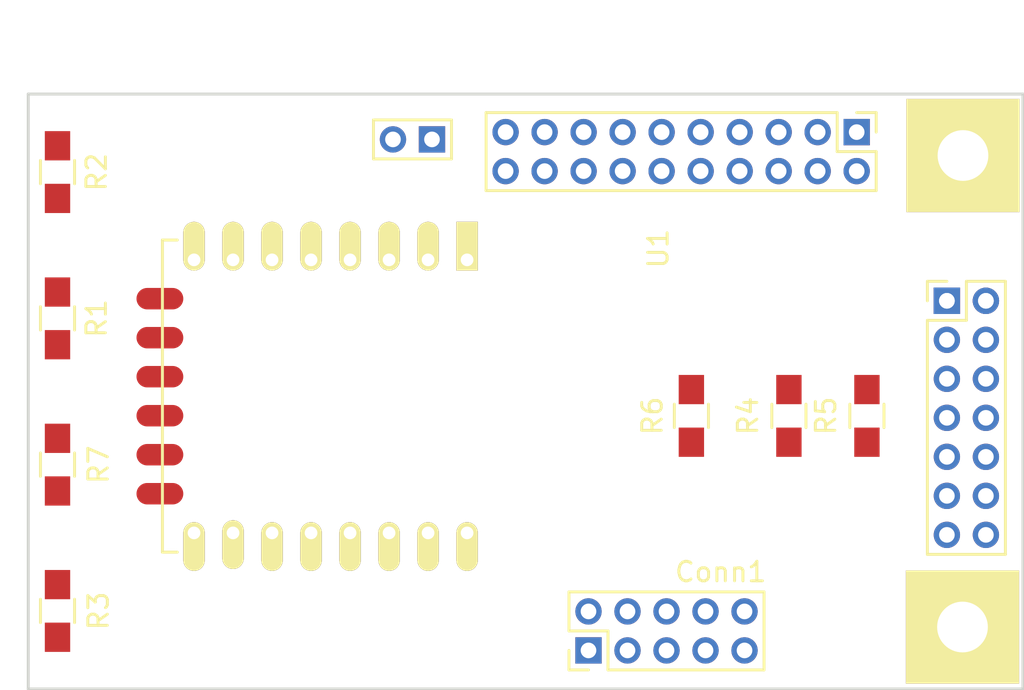
<source format=kicad_pcb>
(kicad_pcb (version 4) (host pcbnew 4.0.4+e1-6308~48~ubuntu16.04.1-stable)

  (general
    (links 27)
    (no_connects 25)
    (area 117.925 79.05 171.239858 118.3)
    (thickness 1.6)
    (drawings 4)
    (tracks 0)
    (zones 0)
    (modules 11)
    (nets 41)
  )

  (page A4)
  (title_block
    (title "Poncho Wifi PICO-CIAA")
    (date 2016-12-19)
    (rev 1.0)
    (company FIUBA)
    (comment 1 "Revisor: Sebastián López")
    (comment 2 "Diseñado por: Sergio De Jesús")
    (comment 3 "Licencias en LICENCIA_Y_COLABORADORES/LICENSE")
  )

  (layers
    (0 F.Cu signal)
    (31 B.Cu signal)
    (32 B.Adhes user)
    (33 F.Adhes user)
    (34 B.Paste user)
    (35 F.Paste user)
    (36 B.SilkS user)
    (37 F.SilkS user)
    (38 B.Mask user)
    (39 F.Mask user)
    (40 Dwgs.User user)
    (41 Cmts.User user)
    (42 Eco1.User user)
    (43 Eco2.User user)
    (44 Edge.Cuts user)
    (45 Margin user)
    (46 B.CrtYd user)
    (47 F.CrtYd user)
    (48 B.Fab user)
    (49 F.Fab user)
  )

  (setup
    (last_trace_width 0.25)
    (trace_clearance 0.2)
    (zone_clearance 0.508)
    (zone_45_only no)
    (trace_min 0.2)
    (segment_width 0.2)
    (edge_width 0.15)
    (via_size 0.6)
    (via_drill 0.4)
    (via_min_size 0.4)
    (via_min_drill 0.3)
    (uvia_size 0.3)
    (uvia_drill 0.1)
    (uvias_allowed no)
    (uvia_min_size 0.2)
    (uvia_min_drill 0.1)
    (pcb_text_width 0.3)
    (pcb_text_size 1.5 1.5)
    (mod_edge_width 0.15)
    (mod_text_size 1 1)
    (mod_text_width 0.15)
    (pad_size 1.524 1.524)
    (pad_drill 0.762)
    (pad_to_mask_clearance 0.2)
    (aux_axis_origin 0 0)
    (visible_elements FFFEFF7F)
    (pcbplotparams
      (layerselection 0x00030_80000001)
      (usegerberextensions false)
      (excludeedgelayer true)
      (linewidth 0.100000)
      (plotframeref false)
      (viasonmask false)
      (mode 1)
      (useauxorigin false)
      (hpglpennumber 1)
      (hpglpenspeed 20)
      (hpglpendiameter 15)
      (hpglpenoverlay 2)
      (psnegative false)
      (psa4output false)
      (plotreference true)
      (plotvalue true)
      (plotinvisibletext false)
      (padsonsilk false)
      (subtractmaskfromsilk false)
      (outputformat 1)
      (mirror false)
      (drillshape 1)
      (scaleselection 1)
      (outputdirectory ""))
  )

  (net 0 "")
  (net 1 "Net-(Conn1-Pad2)")
  (net 2 "Net-(Conn1-Pad1)")
  (net 3 "Net-(Conn1-Pad3)")
  (net 4 "Net-(Conn1-Pad4)")
  (net 5 "Net-(Conn1-Pad5)")
  (net 6 "Net-(Conn1-Pad6)")
  (net 7 "Net-(Conn1-Pad7)")
  (net 8 "Net-(Conn1-Pad8)")
  (net 9 "Net-(Conn1-Pad9)")
  (net 10 "Net-(Conn1-Pad10)")
  (net 11 "Net-(Conn1-Pad11)")
  (net 12 "Net-(Conn1-Pad12)")
  (net 13 "Net-(Conn1-Pad13)")
  (net 14 "Net-(Conn1-Pad14)")
  (net 15 +3V3)
  (net 16 GND)
  (net 17 "Net-(Conn1-Pad17)")
  (net 18 "Net-(Conn1-Pad18)")
  (net 19 "Net-(Conn1-Pad20)")
  (net 20 "Net-(Conn1-Pad37)")
  (net 21 "Net-(Conn1-Pad38)")
  (net 22 "Net-(Conn1-Pad39)")
  (net 23 "Net-(Conn1-Pad40)")
  (net 24 "Net-(Conn1-Pad41)")
  (net 25 "Net-(Conn1-Pad43)")
  (net 26 "Net-(Conn1-Pad44)")
  (net 27 "Net-(R1-Pad1)")
  (net 28 "Net-(R2-Pad1)")
  (net 29 "Net-(R3-Pad2)")
  (net 30 "Net-(R7-Pad2)")
  (net 31 "Net-(U1-Pad2)")
  (net 32 "Net-(U1-Pad4)")
  (net 33 "Net-(U1-Pad5)")
  (net 34 "Net-(U1-Pad6)")
  (net 35 "Net-(U1-Pad9)")
  (net 36 "Net-(U1-Pad10)")
  (net 37 "Net-(U1-Pad11)")
  (net 38 "Net-(U1-Pad12)")
  (net 39 "Net-(U1-Pad13)")
  (net 40 "Net-(U1-Pad14)")

  (net_class Default "This is the default net class."
    (clearance 0.2)
    (trace_width 0.25)
    (via_dia 0.6)
    (via_drill 0.4)
    (uvia_dia 0.3)
    (uvia_drill 0.1)
    (add_net +3V3)
    (add_net GND)
    (add_net "Net-(Conn1-Pad1)")
    (add_net "Net-(Conn1-Pad10)")
    (add_net "Net-(Conn1-Pad11)")
    (add_net "Net-(Conn1-Pad12)")
    (add_net "Net-(Conn1-Pad13)")
    (add_net "Net-(Conn1-Pad14)")
    (add_net "Net-(Conn1-Pad17)")
    (add_net "Net-(Conn1-Pad18)")
    (add_net "Net-(Conn1-Pad2)")
    (add_net "Net-(Conn1-Pad20)")
    (add_net "Net-(Conn1-Pad3)")
    (add_net "Net-(Conn1-Pad37)")
    (add_net "Net-(Conn1-Pad38)")
    (add_net "Net-(Conn1-Pad39)")
    (add_net "Net-(Conn1-Pad4)")
    (add_net "Net-(Conn1-Pad40)")
    (add_net "Net-(Conn1-Pad41)")
    (add_net "Net-(Conn1-Pad43)")
    (add_net "Net-(Conn1-Pad44)")
    (add_net "Net-(Conn1-Pad5)")
    (add_net "Net-(Conn1-Pad6)")
    (add_net "Net-(Conn1-Pad7)")
    (add_net "Net-(Conn1-Pad8)")
    (add_net "Net-(Conn1-Pad9)")
    (add_net "Net-(R1-Pad1)")
    (add_net "Net-(R2-Pad1)")
    (add_net "Net-(R3-Pad2)")
    (add_net "Net-(R7-Pad2)")
    (add_net "Net-(U1-Pad10)")
    (add_net "Net-(U1-Pad11)")
    (add_net "Net-(U1-Pad12)")
    (add_net "Net-(U1-Pad13)")
    (add_net "Net-(U1-Pad14)")
    (add_net "Net-(U1-Pad2)")
    (add_net "Net-(U1-Pad4)")
    (add_net "Net-(U1-Pad5)")
    (add_net "Net-(U1-Pad6)")
    (add_net "Net-(U1-Pad9)")
  )

  (module pico_ciaa_ponchos:Conn_Pico_Ciaa (layer F.Cu) (tedit 5858180D) (tstamp 584DF84C)
    (at 166.6 94.6)
    (path /584E1052)
    (fp_text reference Conn1 (at -11.6 13.9) (layer F.SilkS)
      (effects (font (size 1 1) (thickness 0.15)))
    )
    (fp_text value Conn_Pico (at -13.675 -14.575) (layer F.Fab)
      (effects (font (size 1 1) (thickness 0.15)))
    )
    (fp_line (start -19.375 17.925) (end -19.375 18.925) (layer F.SilkS) (width 0.15))
    (fp_line (start -19.375 18.925) (end -18.375 18.925) (layer F.SilkS) (width 0.15))
    (fp_line (start -17.375 18.925) (end -9.375 18.925) (layer F.SilkS) (width 0.15))
    (fp_line (start -9.375 18.925) (end -9.375 14.925) (layer F.SilkS) (width 0.15))
    (fp_line (start -9.375 14.925) (end -19.375 14.925) (layer F.SilkS) (width 0.15))
    (fp_line (start -19.375 14.925) (end -19.375 16.925) (layer F.SilkS) (width 0.15))
    (fp_line (start -19.375 16.925) (end -17.375 16.925) (layer F.SilkS) (width 0.15))
    (fp_line (start -17.375 16.925) (end -17.375 18.925) (layer F.SilkS) (width 0.15))
    (fp_line (start -4.625 -9.65) (end -3.625 -9.65) (layer F.SilkS) (width 0.15))
    (fp_line (start -3.625 -9.65) (end -3.625 -8.65) (layer F.SilkS) (width 0.15))
    (fp_line (start -5.625 -9.65) (end -5.625 -7.65) (layer F.SilkS) (width 0.15))
    (fp_line (start -5.625 -7.65) (end -3.625 -7.65) (layer F.SilkS) (width 0.15))
    (fp_line (start -3.625 -7.65) (end -3.625 -5.65) (layer F.SilkS) (width 0.15))
    (fp_line (start -3.625 -5.65) (end -23.625 -5.65) (layer F.SilkS) (width 0.15))
    (fp_line (start -23.625 -5.65) (end -23.625 -9.65) (layer F.SilkS) (width 0.15))
    (fp_line (start -23.625 -9.65) (end -5.625 -9.65) (layer F.SilkS) (width 0.15))
    (fp_line (start -29.4 -9.275) (end -29.4 -7.275) (layer F.SilkS) (width 0.15))
    (fp_line (start -29.4 -7.275) (end -25.4 -7.275) (layer F.SilkS) (width 0.15))
    (fp_line (start -25.4 -7.275) (end -25.4 -9.275) (layer F.SilkS) (width 0.15))
    (fp_line (start -25.4 -9.275) (end -29.4 -9.275) (layer F.SilkS) (width 0.15))
    (fp_line (start 3 -1) (end 3 13) (layer F.SilkS) (width 0.15))
    (fp_line (start -1 1) (end -1 13) (layer F.SilkS) (width 0.15))
    (fp_line (start -1 13) (end 3 13) (layer F.SilkS) (width 0.15))
    (fp_line (start -1 0) (end -1 -1) (layer F.SilkS) (width 0.15))
    (fp_line (start -1 -1) (end 0 -1) (layer F.SilkS) (width 0.15))
    (fp_line (start 1 1) (end -1 1) (layer F.SilkS) (width 0.15))
    (fp_line (start 1 1) (end 1 -1) (layer F.SilkS) (width 0.15))
    (fp_line (start 1 -1) (end 3 -1) (layer F.SilkS) (width 0.15))
    (pad 2 thru_hole circle (at 2 0) (size 1.35 1.35) (drill 0.8) (layers *.Cu *.Mask)
      (net 1 "Net-(Conn1-Pad2)"))
    (pad 1 thru_hole rect (at 0 0) (size 1.35 1.35) (drill 0.8) (layers *.Cu *.Mask)
      (net 2 "Net-(Conn1-Pad1)"))
    (pad 1 thru_hole rect (at 0 0) (size 1.35 1.35) (drill 0.8) (layers *.Cu *.Mask)
      (net 2 "Net-(Conn1-Pad1)"))
    (pad 2 thru_hole circle (at 2 0) (size 1.35 1.35) (drill 0.8) (layers *.Cu *.Mask)
      (net 1 "Net-(Conn1-Pad2)"))
    (pad 3 thru_hole circle (at 0 2) (size 1.35 1.35) (drill 0.8) (layers *.Cu *.Mask)
      (net 3 "Net-(Conn1-Pad3)"))
    (pad 4 thru_hole circle (at 2 2) (size 1.35 1.35) (drill 0.8) (layers *.Cu *.Mask)
      (net 4 "Net-(Conn1-Pad4)"))
    (pad 5 thru_hole circle (at 0 4) (size 1.35 1.35) (drill 0.8) (layers *.Cu *.Mask)
      (net 5 "Net-(Conn1-Pad5)"))
    (pad 6 thru_hole circle (at 2 4) (size 1.35 1.35) (drill 0.8) (layers *.Cu *.Mask)
      (net 6 "Net-(Conn1-Pad6)"))
    (pad 7 thru_hole circle (at 0 6) (size 1.35 1.35) (drill 0.8) (layers *.Cu *.Mask)
      (net 7 "Net-(Conn1-Pad7)"))
    (pad 8 thru_hole circle (at 2 6) (size 1.35 1.35) (drill 0.8) (layers *.Cu *.Mask)
      (net 8 "Net-(Conn1-Pad8)"))
    (pad 9 thru_hole circle (at 0 8) (size 1.35 1.35) (drill 0.8) (layers *.Cu *.Mask)
      (net 9 "Net-(Conn1-Pad9)"))
    (pad 10 thru_hole circle (at 2 8) (size 1.35 1.35) (drill 0.8) (layers *.Cu *.Mask)
      (net 10 "Net-(Conn1-Pad10)"))
    (pad 11 thru_hole circle (at 0 10) (size 1.35 1.35) (drill 0.8) (layers *.Cu *.Mask)
      (net 11 "Net-(Conn1-Pad11)"))
    (pad 12 thru_hole circle (at 2 10) (size 1.35 1.35) (drill 0.8) (layers *.Cu *.Mask)
      (net 12 "Net-(Conn1-Pad12)"))
    (pad 13 thru_hole circle (at 0 12) (size 1.35 1.35) (drill 0.8) (layers *.Cu *.Mask)
      (net 13 "Net-(Conn1-Pad13)"))
    (pad 14 thru_hole circle (at 2 12) (size 1.35 1.35) (drill 0.8) (layers *.Cu *.Mask)
      (net 14 "Net-(Conn1-Pad14)"))
    (pad 15 thru_hole rect (at -26.4 -8.275) (size 1.35 1.35) (drill 0.8) (layers *.Cu *.Mask)
      (net 15 +3V3))
    (pad 16 thru_hole circle (at -28.4 -8.275) (size 1.35 1.35) (drill 0.8) (layers *.Cu *.Mask)
      (net 16 GND))
    (pad 17 thru_hole rect (at -4.625 -8.65) (size 1.35 1.35) (drill 0.8) (layers *.Cu *.Mask)
      (net 17 "Net-(Conn1-Pad17)"))
    (pad 18 thru_hole circle (at -4.625 -6.65) (size 1.35 1.35) (drill 0.8) (layers *.Cu *.Mask)
      (net 18 "Net-(Conn1-Pad18)"))
    (pad 19 thru_hole circle (at -6.625 -8.65) (size 1.35 1.35) (drill 0.8) (layers *.Cu *.Mask))
    (pad 20 thru_hole circle (at -6.625 -6.65) (size 1.35 1.35) (drill 0.8) (layers *.Cu *.Mask)
      (net 19 "Net-(Conn1-Pad20)"))
    (pad 21 thru_hole circle (at -8.625 -8.65) (size 1.35 1.35) (drill 0.8) (layers *.Cu *.Mask))
    (pad 22 thru_hole circle (at -8.625 -6.65) (size 1.35 1.35) (drill 0.8) (layers *.Cu *.Mask))
    (pad 23 thru_hole circle (at -10.625 -8.65) (size 1.35 1.35) (drill 0.8) (layers *.Cu *.Mask))
    (pad 24 thru_hole circle (at -10.625 -6.65) (size 1.35 1.35) (drill 0.8) (layers *.Cu *.Mask))
    (pad 25 thru_hole circle (at -12.625 -8.65) (size 1.35 1.35) (drill 0.8) (layers *.Cu *.Mask))
    (pad 26 thru_hole circle (at -12.625 -6.65) (size 1.35 1.35) (drill 0.8) (layers *.Cu *.Mask))
    (pad 27 thru_hole circle (at -14.625 -8.65) (size 1.35 1.35) (drill 0.8) (layers *.Cu *.Mask))
    (pad 28 thru_hole circle (at -14.625 -6.65) (size 1.35 1.35) (drill 0.8) (layers *.Cu *.Mask))
    (pad 29 thru_hole circle (at -16.625 -8.65) (size 1.35 1.35) (drill 0.8) (layers *.Cu *.Mask))
    (pad 30 thru_hole circle (at -16.625 -6.65) (size 1.35 1.35) (drill 0.8) (layers *.Cu *.Mask))
    (pad 31 thru_hole circle (at -18.625 -8.65) (size 1.35 1.35) (drill 0.8) (layers *.Cu *.Mask))
    (pad 32 thru_hole circle (at -18.625 -6.65) (size 1.35 1.35) (drill 0.8) (layers *.Cu *.Mask))
    (pad 33 thru_hole circle (at -20.625 -8.65) (size 1.35 1.35) (drill 0.8) (layers *.Cu *.Mask))
    (pad 34 thru_hole circle (at -20.625 -6.65) (size 1.35 1.35) (drill 0.8) (layers *.Cu *.Mask))
    (pad 35 thru_hole circle (at -22.625 -8.65) (size 1.35 1.35) (drill 0.8) (layers *.Cu *.Mask))
    (pad 36 thru_hole circle (at -22.625 -6.65) (size 1.35 1.35) (drill 0.8) (layers *.Cu *.Mask))
    (pad 37 thru_hole rect (at -18.375 17.925) (size 1.35 1.35) (drill 0.8) (layers *.Cu *.Mask)
      (net 20 "Net-(Conn1-Pad37)"))
    (pad 38 thru_hole circle (at -18.375 15.925) (size 1.35 1.35) (drill 0.8) (layers *.Cu *.Mask)
      (net 21 "Net-(Conn1-Pad38)"))
    (pad 39 thru_hole circle (at -16.375 17.925) (size 1.35 1.35) (drill 0.8) (layers *.Cu *.Mask)
      (net 22 "Net-(Conn1-Pad39)"))
    (pad 40 thru_hole circle (at -16.375 15.925) (size 1.35 1.35) (drill 0.8) (layers *.Cu *.Mask)
      (net 23 "Net-(Conn1-Pad40)"))
    (pad 41 thru_hole circle (at -14.375 17.925) (size 1.35 1.35) (drill 0.8) (layers *.Cu *.Mask)
      (net 24 "Net-(Conn1-Pad41)"))
    (pad 42 thru_hole circle (at -14.375 15.925) (size 1.35 1.35) (drill 0.8) (layers *.Cu *.Mask))
    (pad 43 thru_hole circle (at -12.375 17.925) (size 1.35 1.35) (drill 0.8) (layers *.Cu *.Mask)
      (net 25 "Net-(Conn1-Pad43)"))
    (pad 44 thru_hole circle (at -12.375 15.925) (size 1.35 1.35) (drill 0.8) (layers *.Cu *.Mask)
      (net 26 "Net-(Conn1-Pad44)"))
    (pad 45 thru_hole circle (at -10.375 17.925) (size 1.35 1.35) (drill 0.8) (layers *.Cu *.Mask)
      (net 16 GND))
    (pad 46 thru_hole circle (at -10.375 15.925) (size 1.35 1.35) (drill 0.8) (layers *.Cu *.Mask))
  )

  (module footprints:PIN_ARRAY_1 (layer F.Cu) (tedit 564E545B) (tstamp 584DF851)
    (at 167.4 111.325)
    (descr "1 pin")
    (tags "CONN DEV")
    (path /58396B6A)
    (fp_text reference P1 (at 0.1 -3.5) (layer F.SilkS) hide
      (effects (font (size 0.762 0.762) (thickness 0.1524)))
    )
    (fp_text value MOUNT_HOLE (at -0.05 3.75) (layer F.SilkS) hide
      (effects (font (size 0.762 0.762) (thickness 0.1524)))
    )
    (fp_line (start 1.27 1.27) (end -1.27 1.27) (layer F.SilkS) (width 0.1524))
    (fp_line (start -1.27 -1.27) (end 1.27 -1.27) (layer F.SilkS) (width 0.1524))
    (fp_line (start -1.27 1.27) (end -1.27 -1.27) (layer F.SilkS) (width 0.1524))
    (fp_line (start 1.27 -1.27) (end 1.27 1.27) (layer F.SilkS) (width 0.1524))
    (pad 1 thru_hole rect (at 0 0) (size 5.8 5.8) (drill 2.6) (layers *.Cu *.Mask F.SilkS)
      (net 16 GND) (solder_mask_margin 0.1524) (clearance 0.1524))
  )

  (module footprints:PIN_ARRAY_1 (layer F.Cu) (tedit 564E545B) (tstamp 584DF856)
    (at 167.425 87.15)
    (descr "1 pin")
    (tags "CONN DEV")
    (path /58396C16)
    (fp_text reference P2 (at 0.1 -3.5) (layer F.SilkS) hide
      (effects (font (size 0.762 0.762) (thickness 0.1524)))
    )
    (fp_text value MOUNT_HOLE (at -0.05 3.75) (layer F.SilkS) hide
      (effects (font (size 0.762 0.762) (thickness 0.1524)))
    )
    (fp_line (start 1.27 1.27) (end -1.27 1.27) (layer F.SilkS) (width 0.1524))
    (fp_line (start -1.27 -1.27) (end 1.27 -1.27) (layer F.SilkS) (width 0.1524))
    (fp_line (start -1.27 1.27) (end -1.27 -1.27) (layer F.SilkS) (width 0.1524))
    (fp_line (start 1.27 -1.27) (end 1.27 1.27) (layer F.SilkS) (width 0.1524))
    (pad 1 thru_hole rect (at 0 0) (size 5.8 5.8) (drill 2.6) (layers *.Cu *.Mask F.SilkS)
      (net 16 GND) (solder_mask_margin 0.1524) (clearance 0.1524))
  )

  (module Resistors_SMD:R_0805_HandSoldering (layer F.Cu) (tedit 5858181D) (tstamp 584DF85C)
    (at 121 95.5 90)
    (descr "Resistor SMD 0805, hand soldering")
    (tags "resistor 0805")
    (path /582640A9)
    (attr smd)
    (fp_text reference R1 (at 0 2 90) (layer F.SilkS)
      (effects (font (size 1 1) (thickness 0.15)))
    )
    (fp_text value R (at 0 2.1 90) (layer F.Fab)
      (effects (font (size 1 1) (thickness 0.15)))
    )
    (fp_line (start -1 0.625) (end -1 -0.625) (layer F.Fab) (width 0.1))
    (fp_line (start 1 0.625) (end -1 0.625) (layer F.Fab) (width 0.1))
    (fp_line (start 1 -0.625) (end 1 0.625) (layer F.Fab) (width 0.1))
    (fp_line (start -1 -0.625) (end 1 -0.625) (layer F.Fab) (width 0.1))
    (fp_line (start -2.4 -1) (end 2.4 -1) (layer F.CrtYd) (width 0.05))
    (fp_line (start -2.4 1) (end 2.4 1) (layer F.CrtYd) (width 0.05))
    (fp_line (start -2.4 -1) (end -2.4 1) (layer F.CrtYd) (width 0.05))
    (fp_line (start 2.4 -1) (end 2.4 1) (layer F.CrtYd) (width 0.05))
    (fp_line (start 0.6 0.875) (end -0.6 0.875) (layer F.SilkS) (width 0.15))
    (fp_line (start -0.6 -0.875) (end 0.6 -0.875) (layer F.SilkS) (width 0.15))
    (pad 1 smd rect (at -1.35 0 90) (size 1.5 1.3) (layers F.Cu F.Paste F.Mask)
      (net 27 "Net-(R1-Pad1)"))
    (pad 2 smd rect (at 1.35 0 90) (size 1.5 1.3) (layers F.Cu F.Paste F.Mask)
      (net 15 +3V3))
    (model Resistors_SMD.3dshapes/R_0805_HandSoldering.wrl
      (at (xyz 0 0 0))
      (scale (xyz 1 1 1))
      (rotate (xyz 0 0 0))
    )
  )

  (module Resistors_SMD:R_0805_HandSoldering (layer F.Cu) (tedit 58581820) (tstamp 584DF862)
    (at 121 88 270)
    (descr "Resistor SMD 0805, hand soldering")
    (tags "resistor 0805")
    (path /582640EC)
    (attr smd)
    (fp_text reference R2 (at 0 -2 270) (layer F.SilkS)
      (effects (font (size 1 1) (thickness 0.15)))
    )
    (fp_text value R (at 0 2.1 270) (layer F.Fab)
      (effects (font (size 1 1) (thickness 0.15)))
    )
    (fp_line (start -1 0.625) (end -1 -0.625) (layer F.Fab) (width 0.1))
    (fp_line (start 1 0.625) (end -1 0.625) (layer F.Fab) (width 0.1))
    (fp_line (start 1 -0.625) (end 1 0.625) (layer F.Fab) (width 0.1))
    (fp_line (start -1 -0.625) (end 1 -0.625) (layer F.Fab) (width 0.1))
    (fp_line (start -2.4 -1) (end 2.4 -1) (layer F.CrtYd) (width 0.05))
    (fp_line (start -2.4 1) (end 2.4 1) (layer F.CrtYd) (width 0.05))
    (fp_line (start -2.4 -1) (end -2.4 1) (layer F.CrtYd) (width 0.05))
    (fp_line (start 2.4 -1) (end 2.4 1) (layer F.CrtYd) (width 0.05))
    (fp_line (start 0.6 0.875) (end -0.6 0.875) (layer F.SilkS) (width 0.15))
    (fp_line (start -0.6 -0.875) (end 0.6 -0.875) (layer F.SilkS) (width 0.15))
    (pad 1 smd rect (at -1.35 0 270) (size 1.5 1.3) (layers F.Cu F.Paste F.Mask)
      (net 28 "Net-(R2-Pad1)"))
    (pad 2 smd rect (at 1.35 0 270) (size 1.5 1.3) (layers F.Cu F.Paste F.Mask)
      (net 15 +3V3))
    (model Resistors_SMD.3dshapes/R_0805_HandSoldering.wrl
      (at (xyz 0 0 0))
      (scale (xyz 1 1 1))
      (rotate (xyz 0 0 0))
    )
  )

  (module Resistors_SMD:R_0805_HandSoldering (layer F.Cu) (tedit 58307B90) (tstamp 584DF868)
    (at 121 110.5 270)
    (descr "Resistor SMD 0805, hand soldering")
    (tags "resistor 0805")
    (path /58264232)
    (attr smd)
    (fp_text reference R3 (at 0 -2.1 270) (layer F.SilkS)
      (effects (font (size 1 1) (thickness 0.15)))
    )
    (fp_text value R (at 0 2.1 270) (layer F.Fab)
      (effects (font (size 1 1) (thickness 0.15)))
    )
    (fp_line (start -1 0.625) (end -1 -0.625) (layer F.Fab) (width 0.1))
    (fp_line (start 1 0.625) (end -1 0.625) (layer F.Fab) (width 0.1))
    (fp_line (start 1 -0.625) (end 1 0.625) (layer F.Fab) (width 0.1))
    (fp_line (start -1 -0.625) (end 1 -0.625) (layer F.Fab) (width 0.1))
    (fp_line (start -2.4 -1) (end 2.4 -1) (layer F.CrtYd) (width 0.05))
    (fp_line (start -2.4 1) (end 2.4 1) (layer F.CrtYd) (width 0.05))
    (fp_line (start -2.4 -1) (end -2.4 1) (layer F.CrtYd) (width 0.05))
    (fp_line (start 2.4 -1) (end 2.4 1) (layer F.CrtYd) (width 0.05))
    (fp_line (start 0.6 0.875) (end -0.6 0.875) (layer F.SilkS) (width 0.15))
    (fp_line (start -0.6 -0.875) (end 0.6 -0.875) (layer F.SilkS) (width 0.15))
    (pad 1 smd rect (at -1.35 0 270) (size 1.5 1.3) (layers F.Cu F.Paste F.Mask)
      (net 16 GND))
    (pad 2 smd rect (at 1.35 0 270) (size 1.5 1.3) (layers F.Cu F.Paste F.Mask)
      (net 29 "Net-(R3-Pad2)"))
    (model Resistors_SMD.3dshapes/R_0805_HandSoldering.wrl
      (at (xyz 0 0 0))
      (scale (xyz 1 1 1))
      (rotate (xyz 0 0 0))
    )
  )

  (module Resistors_SMD:R_0805_HandSoldering (layer F.Cu) (tedit 58307B90) (tstamp 584DF86E)
    (at 158.5 100.5 90)
    (descr "Resistor SMD 0805, hand soldering")
    (tags "resistor 0805")
    (path /58264473)
    (attr smd)
    (fp_text reference R4 (at 0 -2.1 90) (layer F.SilkS)
      (effects (font (size 1 1) (thickness 0.15)))
    )
    (fp_text value R (at 0 2.1 90) (layer F.Fab)
      (effects (font (size 1 1) (thickness 0.15)))
    )
    (fp_line (start -1 0.625) (end -1 -0.625) (layer F.Fab) (width 0.1))
    (fp_line (start 1 0.625) (end -1 0.625) (layer F.Fab) (width 0.1))
    (fp_line (start 1 -0.625) (end 1 0.625) (layer F.Fab) (width 0.1))
    (fp_line (start -1 -0.625) (end 1 -0.625) (layer F.Fab) (width 0.1))
    (fp_line (start -2.4 -1) (end 2.4 -1) (layer F.CrtYd) (width 0.05))
    (fp_line (start -2.4 1) (end 2.4 1) (layer F.CrtYd) (width 0.05))
    (fp_line (start -2.4 -1) (end -2.4 1) (layer F.CrtYd) (width 0.05))
    (fp_line (start 2.4 -1) (end 2.4 1) (layer F.CrtYd) (width 0.05))
    (fp_line (start 0.6 0.875) (end -0.6 0.875) (layer F.SilkS) (width 0.15))
    (fp_line (start -0.6 -0.875) (end 0.6 -0.875) (layer F.SilkS) (width 0.15))
    (pad 1 smd rect (at -1.35 0 90) (size 1.5 1.3) (layers F.Cu F.Paste F.Mask)
      (net 24 "Net-(Conn1-Pad41)"))
    (pad 2 smd rect (at 1.35 0 90) (size 1.5 1.3) (layers F.Cu F.Paste F.Mask)
      (net 15 +3V3))
    (model Resistors_SMD.3dshapes/R_0805_HandSoldering.wrl
      (at (xyz 0 0 0))
      (scale (xyz 1 1 1))
      (rotate (xyz 0 0 0))
    )
  )

  (module Resistors_SMD:R_0805_HandSoldering (layer F.Cu) (tedit 58307B90) (tstamp 584DF874)
    (at 162.5 100.5 90)
    (descr "Resistor SMD 0805, hand soldering")
    (tags "resistor 0805")
    (path /582644BC)
    (attr smd)
    (fp_text reference R5 (at 0 -2.1 90) (layer F.SilkS)
      (effects (font (size 1 1) (thickness 0.15)))
    )
    (fp_text value R (at 0 2.1 90) (layer F.Fab)
      (effects (font (size 1 1) (thickness 0.15)))
    )
    (fp_line (start -1 0.625) (end -1 -0.625) (layer F.Fab) (width 0.1))
    (fp_line (start 1 0.625) (end -1 0.625) (layer F.Fab) (width 0.1))
    (fp_line (start 1 -0.625) (end 1 0.625) (layer F.Fab) (width 0.1))
    (fp_line (start -1 -0.625) (end 1 -0.625) (layer F.Fab) (width 0.1))
    (fp_line (start -2.4 -1) (end 2.4 -1) (layer F.CrtYd) (width 0.05))
    (fp_line (start -2.4 1) (end 2.4 1) (layer F.CrtYd) (width 0.05))
    (fp_line (start -2.4 -1) (end -2.4 1) (layer F.CrtYd) (width 0.05))
    (fp_line (start 2.4 -1) (end 2.4 1) (layer F.CrtYd) (width 0.05))
    (fp_line (start 0.6 0.875) (end -0.6 0.875) (layer F.SilkS) (width 0.15))
    (fp_line (start -0.6 -0.875) (end 0.6 -0.875) (layer F.SilkS) (width 0.15))
    (pad 1 smd rect (at -1.35 0 90) (size 1.5 1.3) (layers F.Cu F.Paste F.Mask)
      (net 26 "Net-(Conn1-Pad44)"))
    (pad 2 smd rect (at 1.35 0 90) (size 1.5 1.3) (layers F.Cu F.Paste F.Mask)
      (net 15 +3V3))
    (model Resistors_SMD.3dshapes/R_0805_HandSoldering.wrl
      (at (xyz 0 0 0))
      (scale (xyz 1 1 1))
      (rotate (xyz 0 0 0))
    )
  )

  (module Resistors_SMD:R_0805_HandSoldering (layer F.Cu) (tedit 584DE926) (tstamp 584DF87A)
    (at 153.5 100.5 270)
    (descr "Resistor SMD 0805, hand soldering")
    (tags "resistor 0805")
    (path /5826410D)
    (attr smd)
    (fp_text reference R6 (at 0 2 270) (layer F.SilkS)
      (effects (font (size 1 1) (thickness 0.15)))
    )
    (fp_text value R (at 0 2.1 270) (layer F.Fab)
      (effects (font (size 1 1) (thickness 0.15)))
    )
    (fp_line (start -1 0.625) (end -1 -0.625) (layer F.Fab) (width 0.1))
    (fp_line (start 1 0.625) (end -1 0.625) (layer F.Fab) (width 0.1))
    (fp_line (start 1 -0.625) (end 1 0.625) (layer F.Fab) (width 0.1))
    (fp_line (start -1 -0.625) (end 1 -0.625) (layer F.Fab) (width 0.1))
    (fp_line (start -2.4 -1) (end 2.4 -1) (layer F.CrtYd) (width 0.05))
    (fp_line (start -2.4 1) (end 2.4 1) (layer F.CrtYd) (width 0.05))
    (fp_line (start -2.4 -1) (end -2.4 1) (layer F.CrtYd) (width 0.05))
    (fp_line (start 2.4 -1) (end 2.4 1) (layer F.CrtYd) (width 0.05))
    (fp_line (start 0.6 0.875) (end -0.6 0.875) (layer F.SilkS) (width 0.15))
    (fp_line (start -0.6 -0.875) (end 0.6 -0.875) (layer F.SilkS) (width 0.15))
    (pad 1 smd rect (at -1.35 0 270) (size 1.5 1.3) (layers F.Cu F.Paste F.Mask)
      (net 15 +3V3))
    (pad 2 smd rect (at 1.35 0 270) (size 1.5 1.3) (layers F.Cu F.Paste F.Mask)
      (net 22 "Net-(Conn1-Pad39)"))
    (model Resistors_SMD.3dshapes/R_0805_HandSoldering.wrl
      (at (xyz 0 0 0))
      (scale (xyz 1 1 1))
      (rotate (xyz 0 0 0))
    )
  )

  (module Resistors_SMD:R_0805_HandSoldering (layer F.Cu) (tedit 58307B90) (tstamp 584DF880)
    (at 121 103 270)
    (descr "Resistor SMD 0805, hand soldering")
    (tags "resistor 0805")
    (path /58264213)
    (attr smd)
    (fp_text reference R7 (at 0 -2.1 270) (layer F.SilkS)
      (effects (font (size 1 1) (thickness 0.15)))
    )
    (fp_text value R (at 0 2.1 270) (layer F.Fab)
      (effects (font (size 1 1) (thickness 0.15)))
    )
    (fp_line (start -1 0.625) (end -1 -0.625) (layer F.Fab) (width 0.1))
    (fp_line (start 1 0.625) (end -1 0.625) (layer F.Fab) (width 0.1))
    (fp_line (start 1 -0.625) (end 1 0.625) (layer F.Fab) (width 0.1))
    (fp_line (start -1 -0.625) (end 1 -0.625) (layer F.Fab) (width 0.1))
    (fp_line (start -2.4 -1) (end 2.4 -1) (layer F.CrtYd) (width 0.05))
    (fp_line (start -2.4 1) (end 2.4 1) (layer F.CrtYd) (width 0.05))
    (fp_line (start -2.4 -1) (end -2.4 1) (layer F.CrtYd) (width 0.05))
    (fp_line (start 2.4 -1) (end 2.4 1) (layer F.CrtYd) (width 0.05))
    (fp_line (start 0.6 0.875) (end -0.6 0.875) (layer F.SilkS) (width 0.15))
    (fp_line (start -0.6 -0.875) (end 0.6 -0.875) (layer F.SilkS) (width 0.15))
    (pad 1 smd rect (at -1.35 0 270) (size 1.5 1.3) (layers F.Cu F.Paste F.Mask)
      (net 15 +3V3))
    (pad 2 smd rect (at 1.35 0 270) (size 1.5 1.3) (layers F.Cu F.Paste F.Mask)
      (net 30 "Net-(R7-Pad2)"))
    (model Resistors_SMD.3dshapes/R_0805_HandSoldering.wrl
      (at (xyz 0 0 0))
      (scale (xyz 1 1 1))
      (rotate (xyz 0 0 0))
    )
  )

  (module pico_ciaa_ponchos:ESP-12E (layer F.Cu) (tedit 584DE1E1) (tstamp 584DF89A)
    (at 142 92.5 270)
    (descr "Module, ESP-8266, ESP-12, 16 pad, SMD")
    (tags "Module ESP-8266 ESP8266")
    (path /58263FA5)
    (fp_text reference U1 (at -0.575 -9.8 270) (layer F.SilkS)
      (effects (font (size 1 1) (thickness 0.15)))
    )
    (fp_text value ESP-12E (at 8 1 270) (layer F.Fab)
      (effects (font (size 1 1) (thickness 0.15)))
    )
    (fp_line (start -2.25 -0.5) (end -2.25 -8.75) (layer F.CrtYd) (width 0.05))
    (fp_line (start -2.25 -8.75) (end 15.25 -8.75) (layer F.CrtYd) (width 0.05))
    (fp_line (start 15.25 -8.75) (end 16.25 -8.75) (layer F.CrtYd) (width 0.05))
    (fp_line (start 16.25 -8.75) (end 16.25 16) (layer F.CrtYd) (width 0.05))
    (fp_line (start 16.25 16) (end -2.25 16) (layer F.CrtYd) (width 0.05))
    (fp_line (start -2.25 16) (end -2.25 -0.5) (layer F.CrtYd) (width 0.05))
    (fp_line (start -1.016 -8.382) (end 14.986 -8.382) (layer F.CrtYd) (width 0.1524))
    (fp_line (start 14.986 -8.382) (end 14.986 -0.889) (layer F.CrtYd) (width 0.1524))
    (fp_line (start -1.016 -8.382) (end -1.016 -1.016) (layer F.CrtYd) (width 0.1524))
    (fp_line (start -1.016 14.859) (end -1.016 15.621) (layer F.SilkS) (width 0.1524))
    (fp_line (start -1.016 15.621) (end 14.986 15.621) (layer F.SilkS) (width 0.1524))
    (fp_line (start 14.986 15.621) (end 14.986 14.859) (layer F.SilkS) (width 0.1524))
    (fp_line (start 14.992 -8.4) (end -1.008 -2.6) (layer F.CrtYd) (width 0.1524))
    (fp_line (start -1.008 -8.4) (end 14.992 -2.6) (layer F.CrtYd) (width 0.1524))
    (fp_text user "No Copper" (at 6.892 -5.4 270) (layer F.CrtYd)
      (effects (font (size 1 1) (thickness 0.15)))
    )
    (fp_line (start -1.008 -2.6) (end 14.992 -2.6) (layer F.CrtYd) (width 0.1524))
    (fp_line (start 15 -8.4) (end 15 15.6) (layer F.Fab) (width 0.05))
    (fp_line (start 14.992 15.6) (end -1.008 15.6) (layer F.Fab) (width 0.05))
    (fp_line (start -1.008 15.6) (end -1.008 -8.4) (layer F.Fab) (width 0.05))
    (fp_line (start -1.008 -8.4) (end 14.992 -8.4) (layer F.Fab) (width 0.05))
    (pad 1 thru_hole rect (at 0 0 270) (size 2.5 1.1) (drill 0.65 (offset -0.7 0)) (layers *.Cu *.Mask F.SilkS)
      (net 27 "Net-(R1-Pad1)"))
    (pad 2 thru_hole oval (at 0 2 270) (size 2.5 1.1) (drill 0.65 (offset -0.7 0)) (layers *.Cu *.Mask F.SilkS)
      (net 31 "Net-(U1-Pad2)"))
    (pad 3 thru_hole oval (at 0 4 270) (size 2.5 1.1) (drill 0.65 (offset -0.7 0)) (layers *.Cu *.Mask F.SilkS)
      (net 28 "Net-(R2-Pad1)"))
    (pad 4 thru_hole oval (at 0 6 270) (size 2.5 1.1) (drill 0.65 (offset -0.7 0)) (layers *.Cu *.Mask F.SilkS)
      (net 32 "Net-(U1-Pad4)"))
    (pad 5 thru_hole oval (at 0 8 270) (size 2.5 1.1) (drill 0.65 (offset -0.7 0)) (layers *.Cu *.Mask F.SilkS)
      (net 33 "Net-(U1-Pad5)"))
    (pad 6 thru_hole oval (at 0 10 270) (size 2.5 1.1) (drill 0.65 (offset -0.7 0)) (layers *.Cu *.Mask F.SilkS)
      (net 34 "Net-(U1-Pad6)"))
    (pad 7 thru_hole oval (at 0 12 270) (size 2.5 1.1) (drill 0.65 (offset -0.7 0)) (layers *.Cu *.Mask F.SilkS)
      (net 14 "Net-(Conn1-Pad14)"))
    (pad 8 thru_hole oval (at 0 14 270) (size 2.5 1.1) (drill 0.65 (offset -0.7 0)) (layers *.Cu *.Mask F.SilkS)
      (net 15 +3V3))
    (pad 9 smd oval (at 1.99 15.75) (size 2.4 1.1) (layers F.Cu F.Paste F.Mask)
      (net 35 "Net-(U1-Pad9)"))
    (pad 10 smd oval (at 3.99 15.75) (size 2.4 1.1) (layers F.Cu F.Paste F.Mask)
      (net 36 "Net-(U1-Pad10)"))
    (pad 11 smd oval (at 5.99 15.75) (size 2.4 1.1) (layers F.Cu F.Paste F.Mask)
      (net 37 "Net-(U1-Pad11)"))
    (pad 12 smd oval (at 7.99 15.75) (size 2.4 1.1) (layers F.Cu F.Paste F.Mask)
      (net 38 "Net-(U1-Pad12)"))
    (pad 13 smd oval (at 9.99 15.75) (size 2.4 1.1) (layers F.Cu F.Paste F.Mask)
      (net 39 "Net-(U1-Pad13)"))
    (pad 14 smd oval (at 11.99 15.75) (size 2.4 1.1) (layers F.Cu F.Paste F.Mask)
      (net 40 "Net-(U1-Pad14)"))
    (pad 15 thru_hole oval (at 14 14 270) (size 2.5 1.1) (drill 0.65 (offset 0.7 0)) (layers *.Cu *.Mask F.SilkS)
      (net 16 GND))
    (pad 16 thru_hole oval (at 14 12 270) (size 2.5 1.1) (drill 0.65 (offset 0.6 0)) (layers *.Cu *.Mask F.SilkS)
      (net 29 "Net-(R3-Pad2)"))
    (pad 17 thru_hole oval (at 14 10 270) (size 2.5 1.1) (drill 0.65 (offset 0.7 0)) (layers *.Cu *.Mask F.SilkS)
      (net 30 "Net-(R7-Pad2)"))
    (pad 18 thru_hole oval (at 14 8 270) (size 2.5 1.1) (drill 0.65 (offset 0.7 0)) (layers *.Cu *.Mask F.SilkS)
      (net 22 "Net-(Conn1-Pad39)"))
    (pad 19 thru_hole oval (at 14 6 270) (size 2.5 1.1) (drill 0.65 (offset 0.7 0)) (layers *.Cu *.Mask F.SilkS)
      (net 26 "Net-(Conn1-Pad44)"))
    (pad 20 thru_hole oval (at 14 4 270) (size 2.5 1.1) (drill 0.65 (offset 0.7 0)) (layers *.Cu *.Mask F.SilkS)
      (net 24 "Net-(Conn1-Pad41)"))
    (pad 21 thru_hole oval (at 14 2 270) (size 2.5 1.1) (drill 0.65 (offset 0.7 0)) (layers *.Cu *.Mask F.SilkS)
      (net 20 "Net-(Conn1-Pad37)"))
    (pad 22 thru_hole oval (at 14 0 270) (size 2.5 1.1) (drill 0.65 (offset 0.7 0)) (layers *.Cu *.Mask F.SilkS)
      (net 23 "Net-(Conn1-Pad40)"))
    (model ${ESPLIB}/ESP8266.3dshapes/ESP-12.wrl
      (at (xyz 0.04 0 0))
      (scale (xyz 0.3937 0.3937 0.3937))
      (rotate (xyz 0 0 0))
    )
  )

  (gr_line (start 170.5 114.5) (end 170.5 84) (angle 90) (layer Edge.Cuts) (width 0.15))
  (gr_line (start 119.5 114.5) (end 170.5 114.5) (angle 90) (layer Edge.Cuts) (width 0.15))
  (gr_line (start 119.5 84) (end 119.5 114.5) (angle 90) (layer Edge.Cuts) (width 0.15))
  (gr_line (start 170.5 84) (end 119.5 84) (angle 90) (layer Edge.Cuts) (width 0.15))

)

</source>
